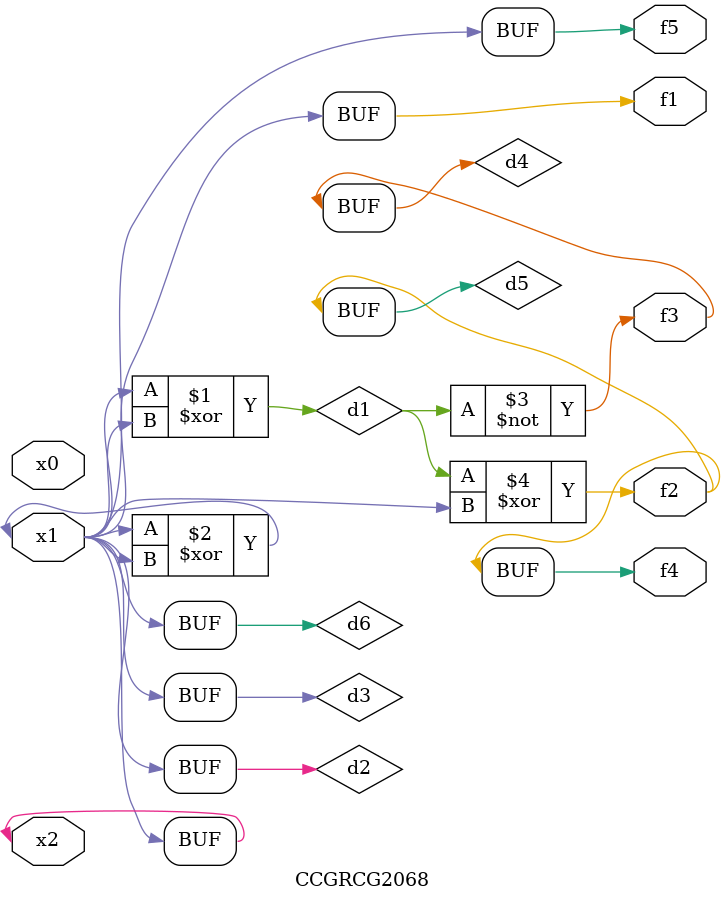
<source format=v>
module CCGRCG2068(
	input x0, x1, x2,
	output f1, f2, f3, f4, f5
);

	wire d1, d2, d3, d4, d5, d6;

	xor (d1, x1, x2);
	buf (d2, x1, x2);
	xor (d3, x1, x2);
	nor (d4, d1);
	xor (d5, d1, d2);
	buf (d6, d2, d3);
	assign f1 = d6;
	assign f2 = d5;
	assign f3 = d4;
	assign f4 = d5;
	assign f5 = d6;
endmodule

</source>
